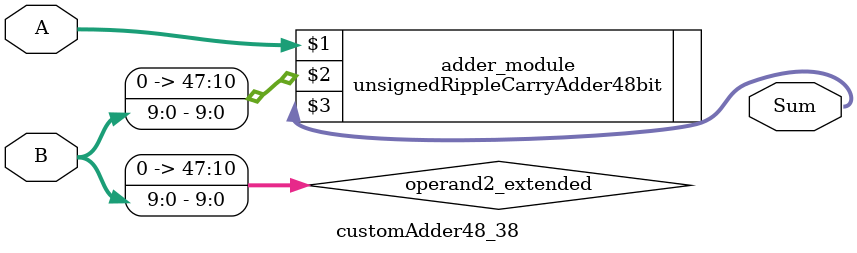
<source format=v>
module customAdder48_38(
                        input [47 : 0] A,
                        input [9 : 0] B,
                        
                        output [48 : 0] Sum
                );

        wire [47 : 0] operand2_extended;
        
        assign operand2_extended =  {38'b0, B};
        
        unsignedRippleCarryAdder48bit adder_module(
            A,
            operand2_extended,
            Sum
        );
        
        endmodule
        
</source>
